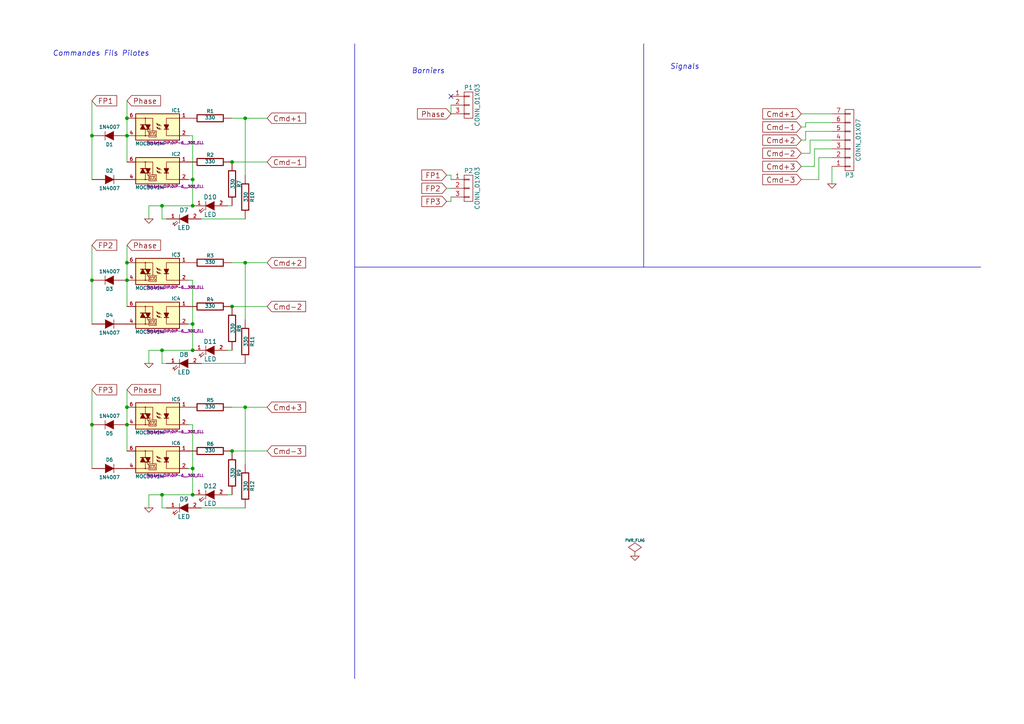
<source format=kicad_sch>
(kicad_sch (version 20230121) (generator eeschema)
  (paper "A4")
  (title_block (title "Interface pour fil pilote") (date "2015-10-10") (rev "v2.0"))
  (lib_symbols
    (symbol "FilPilote-rescue:CONN_01X03" (pin_names (offset 1.016) hide)
      (property "Reference" "P" (at 0 5.08 0))
      (property "Value" "CONN_01X03" (at 2.54 0 90))
      (symbol "CONN_01X03_0_1"
        (rectangle (start -1.27 -2.413) (end 0.254 -2.667))
        (rectangle (start -1.27 0.127) (end 0.254 -0.127))
        (rectangle (start -1.27 2.667) (end 0.254 2.413))
        (rectangle (start -1.27 3.81) (end 1.27 -3.81))
      )
      (symbol "CONN_01X03_1_1"
        (pin passive line (at -5.08 2.54 0) (length 3.81) (name "P1") (number "1"))
        (pin passive line (at -5.08 0 0) (length 3.81) (name "P2") (number "2"))
        (pin passive line (at -5.08 -2.54 0) (length 3.81) (name "P3") (number "3"))
      )
    )
    (symbol "FilPilote-rescue:CONN_01X07" (pin_names (offset 1.016) hide)
      (property "Reference" "P" (at 0 10.16 0))
      (property "Value" "CONN_01X07" (at 2.54 0 90))
      (symbol "CONN_01X07_0_1"
        (rectangle (start -1.27 -8.89) (end 1.27 8.89))
        (rectangle (start -1.27 -7.493) (end 0.254 -7.747))
        (rectangle (start -1.27 -4.953) (end 0.254 -5.207))
        (rectangle (start -1.27 -2.413) (end 0.254 -2.667))
        (rectangle (start -1.27 0.127) (end 0.254 -0.127))
        (rectangle (start -1.27 2.667) (end 0.254 2.413))
        (rectangle (start -1.27 5.207) (end 0.254 4.953))
        (rectangle (start -1.27 7.747) (end 0.254 7.493))
      )
      (symbol "CONN_01X07_1_1"
        (pin passive line (at -5.08 7.62 0) (length 3.81) (name "P1") (number "1"))
        (pin passive line (at -5.08 5.08 0) (length 3.81) (name "P2") (number "2"))
        (pin passive line (at -5.08 2.54 0) (length 3.81) (name "P3") (number "3"))
        (pin passive line (at -5.08 0 0) (length 3.81) (name "P4") (number "4"))
        (pin passive line (at -5.08 -2.54 0) (length 3.81) (name "P5") (number "5"))
        (pin passive line (at -5.08 -5.08 0) (length 3.81) (name "P6") (number "6"))
        (pin passive line (at -5.08 -7.62 0) (length 3.81) (name "P7") (number "7"))
      )
    )
    (symbol "FilPilote-rescue:DIODE" (pin_numbers hide) (pin_names (offset 1.016) hide)
      (property "Reference" "D" (at 0 2.54 0))
      (property "Value" "DIODE" (at 0 -2.54 0))
      (symbol "DIODE_0_1"
        (polyline (pts (xy 1.27 1.27) (xy 1.27 -1.27)) (stroke (width 0.1524)))
        (polyline (pts (xy -1.27 1.27) (xy 1.27 0) (xy -1.27 -1.27)) (fill (type outline)))
      )
      (symbol "DIODE_1_1"
        (pin passive line (at -5.08 0 0) (length 3.81) (name "A") (number "1"))
        (pin passive line (at 5.08 0 180) (length 3.81) (name "K") (number "2"))
      )
    )
    (symbol "FilPilote-rescue:GND-RESCUE-FilPilote" (power) (pin_names (offset 0))
      (symbol "GND-RESCUE-FilPilote_0_1"
        (polyline (pts (xy -1.27 0) (xy 0 -1.27) (xy 1.27 0) (xy -1.27 0)))
      )
      (symbol "GND-RESCUE-FilPilote_1_1"
        (pin power_in line (at 0 0 90) (length 0) hide (name "GND") (number "1"))
      )
    )
    (symbol "FilPilote-rescue:LED" (pin_names (offset 1.016) hide)
      (property "Reference" "D" (at 0 2.54 0))
      (property "Value" "LED" (at 0 -2.54 0))
      (symbol "LED_0_1"
        (polyline (pts (xy -1.27 1.27) (xy -1.27 -1.27)))
        (polyline (pts (xy -2.032 -0.635) (xy -3.175 -1.651) (xy -3.048 -1.016)))
        (polyline (pts (xy -1.651 -1.016) (xy -2.794 -2.032) (xy -2.667 -1.397)))
        (polyline (pts (xy 1.27 1.27) (xy -1.27 0) (xy 1.27 -1.27)) (fill (type outline)))
      )
      (symbol "LED_1_1"
        (pin passive line (at -5.08 0 0) (length 3.81) (name "K") (number "1"))
        (pin passive line (at 5.08 0 180) (length 3.81) (name "A") (number "2"))
      )
    )
    (symbol "FilPilote-rescue:MOC3041M-RESCUE-FilPilote" (pin_names (offset 1.016))
      (property "Reference" "IC" (at -5.334 4.826 0))
      (property "Value" "MOC3041M-RESCUE-FilPilote" (at 2.286 -4.826 0))
      (property "Footprint" "DIP6" (at -5.08 -4.572 0))
      (symbol "MOC3041M-RESCUE-FilPilote_0_1"
        (rectangle (start -6.35 3.81) (end 6.35 -3.81) (stroke (width 0.254)) (fill (type background)))
        (polyline (pts (xy -3.175 -0.635) (xy -1.905 -0.635)) (stroke (width 0.254)))
        (polyline (pts (xy 1.397 -1.143) (xy 1.397 2.54)))
        (polyline (pts (xy 1.397 2.54) (xy 3.556 2.54)))
        (polyline (pts (xy 3.175 0.635) (xy 4.953 0.635)) (stroke (width 0.254)))
        (polyline (pts (xy 3.556 -2.54) (xy 2.54 -2.54)))
        (polyline (pts (xy 3.556 -2.54) (xy 3.556 -0.635)))
        (polyline (pts (xy 3.556 -2.54) (xy 6.35 -2.54)))
        (polyline (pts (xy 3.556 2.54) (xy 3.556 0.635)))
        (polyline (pts (xy 3.556 2.54) (xy 6.35 2.54)))
        (polyline (pts (xy 3.937 -0.635) (xy 2.159 -0.635)) (stroke (width 0.254)))
        (polyline (pts (xy -6.35 2.54) (xy -2.54 2.54) (xy -2.54 0.635)))
        (polyline (pts (xy -2.54 -0.635) (xy -2.54 -2.54) (xy -6.35 -2.54)))
        (polyline (pts (xy 3.175 -0.635) (xy 2.794 -1.397) (xy 2.54 -1.397)))
        (polyline (pts (xy -2.54 -0.635) (xy -3.175 0.635) (xy -1.905 0.635) (xy -2.54 -0.635)) (stroke (width 0.254)) (fill (type outline)))
        (polyline (pts (xy -1.016 0.254) (xy -0.4826 0.762) (xy -0.4826 0.254) (xy 0.2794 1.016)))
        (polyline (pts (xy 0.2794 1.016) (xy -0.2286 0.762) (xy 0.0254 0.508) (xy 0.2794 1.016)))
        (polyline (pts (xy 0.635 -1.524) (xy 1.016 -1.524) (xy 0.635 -2.54) (xy 1.016 -2.54)))
        (polyline (pts (xy 1.27 -1.651) (xy 1.397 -1.524) (xy 1.524 -1.524) (xy 1.651 -1.651)))
        (polyline (pts (xy 2.794 -0.635) (xy 3.429 0.635) (xy 2.159 0.635) (xy 2.794 -0.635)) (stroke (width 0.254)) (fill (type outline)))
        (polyline (pts (xy 4.318 0.635) (xy 3.683 -0.635) (xy 4.953 -0.635) (xy 4.318 0.635)) (stroke (width 0.254)) (fill (type outline)))
        (polyline (pts (xy 0.381 -1.143) (xy 0.381 -2.921) (xy 2.54 -2.921) (xy 2.54 -1.143) (xy 0.381 -1.143)))
        (polyline (pts (xy 1.651 -2.413) (xy 1.524 -2.54) (xy 1.397 -2.54) (xy 1.27 -2.413) (xy 1.27 -1.651)))
        (polyline (pts (xy -1.016 -0.762) (xy -0.4826 -0.254) (xy -0.4826 -0.762) (xy 0.2794 0) (xy -0.2286 -0.254) (xy 0.0254 -0.508) (xy 0.2794 0)))
        (polyline (pts (xy 1.905 -1.524) (xy 1.905 -2.54) (xy 2.159 -2.54) (xy 2.286 -2.413) (xy 2.286 -1.651) (xy 2.159 -1.524) (xy 1.905 -1.524)))
        (circle (center 3.556 -2.54) (radius 0.127))
        (circle (center 3.556 2.54) (radius 0.127))
      )
      (symbol "MOC3041M-RESCUE-FilPilote_1_1"
        (pin passive line (at -8.89 2.54 0) (length 2.54) (name "~") (number "1"))
        (pin passive line (at -8.89 -2.54 0) (length 2.54) (name "~") (number "2"))
        (pin passive line (at 8.89 -2.54 180) (length 2.54) (name "~") (number "4"))
        (pin passive line (at 8.89 2.54 180) (length 2.54) (name "~") (number "6"))
      )
    )
    (symbol "FilPilote-rescue:PWR_FLAG" (power) (pin_numbers hide) (pin_names (offset 0) hide)
      (property "Value" "PWR_FLAG" (at 0 4.572 0))
      (symbol "PWR_FLAG_0_0"
        (pin power_out line (at 0 0 90) (length 0) (name "pwr") (number "1"))
      )
      (symbol "PWR_FLAG_0_1"
        (polyline (pts (xy 0 0) (xy 0 1.27) (xy -1.905 2.54) (xy 0 3.81) (xy 1.905 2.54) (xy 0 1.27)))
      )
    )
    (symbol "FilPilote-rescue:R-RESCUE-FilPilote" (pin_numbers hide) (pin_names (offset 0))
      (property "Reference" "R" (at 2.032 0 90))
      (property "Value" "R-RESCUE-FilPilote" (at 0.1778 0.0254 90))
      (symbol "R-RESCUE-FilPilote_0_1"
        (rectangle (start -1.016 3.81) (end 1.016 -3.81) (stroke (width 0.3048)))
      )
      (symbol "R-RESCUE-FilPilote_1_1"
        (pin passive line (at 0 6.35 270) (length 2.54) (name "~") (number "1"))
        (pin passive line (at 0 -6.35 90) (length 2.54) (name "~") (number "2"))
      )
    )
  )
  (junction (at 26.67 123.19))
  (junction (at 55.88 59.69))
  (junction (at 67.31 88.9))
  (junction (at 71.12 76.2))
  (junction (at 55.88 93.98))
  (junction (at 46.99 143.51))
  (junction (at 55.88 101.6))
  (junction (at 36.83 76.2))
  (junction (at 36.83 118.11))
  (junction (at 46.99 59.69))
  (junction (at 36.83 123.19))
  (junction (at 36.83 81.28))
  (junction (at 36.83 34.29))
  (junction (at 67.31 130.81))
  (junction (at 67.31 46.99))
  (junction (at 55.88 52.07))
  (junction (at 26.67 39.37))
  (junction (at 55.88 143.51))
  (junction (at 36.83 39.37))
  (junction (at 55.88 135.89))
  (junction (at 71.12 34.29))
  (junction (at 71.12 118.11))
  (junction (at 26.67 81.28))
  (junction (at 46.99 101.6))
  (no_connect (at 130.81 27.94))
  (wire (pts (xy 71.12 147.32) (xy 58.42 147.32)))
  (wire (pts (xy 71.12 118.11) (xy 71.12 134.62)))
  (wire (pts (xy 71.12 34.29) (xy 71.12 50.8)))
  (wire (pts (xy 46.99 105.41) (xy 48.26 105.41)))
  (wire (pts (xy 232.41 36.83) (xy 233.68 36.83)))
  (wire (pts (xy 54.61 123.19) (xy 55.88 123.19)))
  (wire (pts (xy 232.41 52.07) (xy 237.49 52.07)))
  (wire (pts (xy 71.12 63.5) (xy 58.42 63.5)))
  (polyline (pts (xy 102.87 12.7) (xy 102.87 196.85)))
  (wire (pts (xy 46.99 147.32) (xy 46.99 143.51)))
  (wire (pts (xy 36.83 71.12) (xy 36.83 76.2)))
  (wire (pts (xy 233.68 35.56) (xy 241.3 35.56)))
  (wire (pts (xy 55.88 59.69) (xy 46.99 59.69)))
  (wire (pts (xy 130.81 58.42) (xy 130.81 57.15)))
  (wire (pts (xy 67.31 88.9) (xy 77.47 88.9)))
  (wire (pts (xy 36.83 39.37) (xy 36.83 46.99)))
  (wire (pts (xy 67.31 143.51) (xy 66.04 143.51)))
  (wire (pts (xy 237.49 52.07) (xy 237.49 45.72)))
  (wire (pts (xy 54.61 39.37) (xy 55.88 39.37)))
  (wire (pts (xy 54.61 135.89) (xy 55.88 135.89)))
  (wire (pts (xy 43.18 59.69) (xy 43.18 63.5)))
  (wire (pts (xy 46.99 63.5) (xy 48.26 63.5)))
  (wire (pts (xy 26.67 71.12) (xy 26.67 81.28)))
  (wire (pts (xy 46.99 105.41) (xy 46.99 101.6)))
  (wire (pts (xy 67.31 130.81) (xy 77.47 130.81)))
  (wire (pts (xy 46.99 143.51) (xy 43.18 143.51)))
  (wire (pts (xy 43.18 101.6) (xy 43.18 105.41)))
  (wire (pts (xy 26.67 81.28) (xy 26.67 93.98)))
  (wire (pts (xy 36.83 81.28) (xy 36.83 88.9)))
  (wire (pts (xy 46.99 59.69) (xy 43.18 59.69)))
  (wire (pts (xy 26.67 113.03) (xy 26.67 123.19)))
  (polyline (pts (xy 186.69 77.47) (xy 186.69 12.7)))
  (wire (pts (xy 232.41 44.45) (xy 234.95 44.45)))
  (wire (pts (xy 236.22 43.18) (xy 241.3 43.18)))
  (wire (pts (xy 130.81 50.8) (xy 130.81 52.07)))
  (wire (pts (xy 130.81 33.02) (xy 130.81 30.48)))
  (wire (pts (xy 234.95 40.64) (xy 241.3 40.64)))
  (wire (pts (xy 26.67 39.37) (xy 26.67 52.07)))
  (wire (pts (xy 36.83 29.21) (xy 36.83 34.29)))
  (wire (pts (xy 55.88 81.28) (xy 55.88 93.98)))
  (wire (pts (xy 71.12 118.11) (xy 77.47 118.11)))
  (wire (pts (xy 67.31 101.6) (xy 66.04 101.6)))
  (wire (pts (xy 55.88 93.98) (xy 55.88 101.6)))
  (wire (pts (xy 55.88 101.6) (xy 46.99 101.6)))
  (wire (pts (xy 71.12 105.41) (xy 58.42 105.41)))
  (wire (pts (xy 129.54 58.42) (xy 130.81 58.42)))
  (wire (pts (xy 71.12 34.29) (xy 77.47 34.29)))
  (wire (pts (xy 233.68 36.83) (xy 233.68 35.56)))
  (wire (pts (xy 129.54 50.8) (xy 130.81 50.8)))
  (wire (pts (xy 54.61 93.98) (xy 55.88 93.98)))
  (wire (pts (xy 43.18 143.51) (xy 43.18 147.32)))
  (wire (pts (xy 67.31 118.11) (xy 71.12 118.11)))
  (wire (pts (xy 46.99 147.32) (xy 48.26 147.32)))
  (wire (pts (xy 129.54 54.61) (xy 130.81 54.61)))
  (wire (pts (xy 71.12 76.2) (xy 71.12 92.71)))
  (wire (pts (xy 54.61 81.28) (xy 55.88 81.28)))
  (wire (pts (xy 67.31 76.2) (xy 71.12 76.2)))
  (wire (pts (xy 67.31 34.29) (xy 71.12 34.29)))
  (wire (pts (xy 26.67 123.19) (xy 26.67 135.89)))
  (wire (pts (xy 233.68 38.1) (xy 241.3 38.1)))
  (polyline (pts (xy 102.87 77.47) (xy 284.48 77.47)))
  (wire (pts (xy 237.49 45.72) (xy 241.3 45.72)))
  (wire (pts (xy 241.3 48.26) (xy 241.3 53.34)))
  (wire (pts (xy 36.83 34.29) (xy 36.83 39.37)))
  (wire (pts (xy 232.41 33.02) (xy 241.3 33.02)))
  (wire (pts (xy 55.88 135.89) (xy 55.88 143.51)))
  (wire (pts (xy 46.99 101.6) (xy 43.18 101.6)))
  (wire (pts (xy 36.83 113.03) (xy 36.83 118.11)))
  (wire (pts (xy 36.83 123.19) (xy 36.83 130.81)))
  (wire (pts (xy 36.83 118.11) (xy 36.83 123.19)))
  (wire (pts (xy 234.95 44.45) (xy 234.95 40.64)))
  (wire (pts (xy 236.22 48.26) (xy 236.22 43.18)))
  (wire (pts (xy 46.99 63.5) (xy 46.99 59.69)))
  (wire (pts (xy 55.88 52.07) (xy 55.88 59.69)))
  (wire (pts (xy 55.88 143.51) (xy 46.99 143.51)))
  (wire (pts (xy 54.61 52.07) (xy 55.88 52.07)))
  (wire (pts (xy 55.88 39.37) (xy 55.88 52.07)))
  (wire (pts (xy 71.12 76.2) (xy 77.47 76.2)))
  (wire (pts (xy 233.68 40.64) (xy 233.68 38.1)))
  (wire (pts (xy 67.31 59.69) (xy 66.04 59.69)))
  (wire (pts (xy 26.67 29.21) (xy 26.67 39.37)))
  (wire (pts (xy 55.88 123.19) (xy 55.88 135.89)))
  (wire (pts (xy 67.31 46.99) (xy 77.47 46.99)))
  (wire (pts (xy 232.41 48.26) (xy 236.22 48.26)))
  (wire (pts (xy 232.41 40.64) (xy 233.68 40.64)))
  (wire (pts (xy 36.83 76.2) (xy 36.83 81.28)))
  (text "Borniers" (at 119.38 21.59 0) (effects (font (size 1.524 1.524) italic) (justify left bottom)))
  (text "Signals" (at 194.31 20.32 0) (effects (font (size 1.524 1.524) italic) (justify left bottom)))
  (text "Commandes Fils Pilotes" (at 15.24 16.51 0) (effects (font (size 1.524 1.524) italic) (justify left bottom)))
  (global_label "Cmd+2" (shape input) (at 77.47 76.2 0) (effects (font (size 1.524 1.524))) (property "Intersheetrefs" "${INTERSHEET_REFS}" (effects hide)))
  (global_label "Cmd+2" (shape input) (at 232.41 40.64 180) (effects (font (size 1.524 1.524))) (property "Intersheetrefs" "${INTERSHEET_REFS}" (effects hide)))
  (global_label "FP3" (shape input) (at 26.67 113.03 0) (effects (font (size 1.524 1.524))) (property "Intersheetrefs" "${INTERSHEET_REFS}" (effects hide)))
  (global_label "Cmd+3" (shape input) (at 232.41 48.26 180) (effects (font (size 1.524 1.524))) (property "Intersheetrefs" "${INTERSHEET_REFS}" (effects hide)))
  (global_label "Phase" (shape input) (at 36.83 113.03 0) (effects (font (size 1.524 1.524))) (property "Intersheetrefs" "${INTERSHEET_REFS}" (effects hide)))
  (global_label "Cmd-2" (shape input) (at 232.41 44.45 180) (effects (font (size 1.524 1.524))) (property "Intersheetrefs" "${INTERSHEET_REFS}" (effects hide)))
  (global_label "Cmd-3" (shape input) (at 232.41 52.07 180) (effects (font (size 1.524 1.524))) (property "Intersheetrefs" "${INTERSHEET_REFS}" (effects hide)))
  (global_label "Cmd-1" (shape input) (at 232.41 36.83 180) (effects (font (size 1.524 1.524))) (property "Intersheetrefs" "${INTERSHEET_REFS}" (effects hide)))
  (global_label "Cmd-2" (shape input) (at 77.47 88.9 0) (effects (font (size 1.524 1.524))) (property "Intersheetrefs" "${INTERSHEET_REFS}" (effects hide)))
  (global_label "FP1" (shape input) (at 129.54 50.8 180) (effects (font (size 1.524 1.524))) (property "Intersheetrefs" "${INTERSHEET_REFS}" (effects hide)))
  (global_label "FP3" (shape input) (at 129.54 58.42 180) (effects (font (size 1.524 1.524))) (property "Intersheetrefs" "${INTERSHEET_REFS}" (effects hide)))
  (global_label "Phase" (shape input) (at 36.83 71.12 0) (effects (font (size 1.524 1.524))) (property "Intersheetrefs" "${INTERSHEET_REFS}" (effects hide)))
  (global_label "FP2" (shape input) (at 26.67 71.12 0) (effects (font (size 1.524 1.524))) (property "Intersheetrefs" "${INTERSHEET_REFS}" (effects hide)))
  (global_label "Cmd+1" (shape input) (at 77.47 34.29 0) (effects (font (size 1.524 1.524))) (property "Intersheetrefs" "${INTERSHEET_REFS}" (effects hide)))
  (global_label "FP1" (shape input) (at 26.67 29.21 0) (effects (font (size 1.524 1.524))) (property "Intersheetrefs" "${INTERSHEET_REFS}" (effects hide)))
  (global_label "Phase" (shape input) (at 130.81 33.02 180) (effects (font (size 1.524 1.524))) (property "Intersheetrefs" "${INTERSHEET_REFS}" (effects hide)))
  (global_label "FP2" (shape input) (at 129.54 54.61 180) (effects (font (size 1.524 1.524))) (property "Intersheetrefs" "${INTERSHEET_REFS}" (effects hide)))
  (global_label "Cmd+3" (shape input) (at 77.47 118.11 0) (effects (font (size 1.524 1.524))) (property "Intersheetrefs" "${INTERSHEET_REFS}" (effects hide)))
  (global_label "Cmd+1" (shape input) (at 232.41 33.02 180) (effects (font (size 1.524 1.524))) (property "Intersheetrefs" "${INTERSHEET_REFS}" (effects hide)))
  (global_label "Cmd-3" (shape input) (at 77.47 130.81 0) (effects (font (size 1.524 1.524))) (property "Intersheetrefs" "${INTERSHEET_REFS}" (effects hide)))
  (global_label "Phase" (shape input) (at 36.83 29.21 0) (effects (font (size 1.524 1.524))) (property "Intersheetrefs" "${INTERSHEET_REFS}" (effects hide)))
  (global_label "Cmd-1" (shape input) (at 77.47 46.99 0) (effects (font (size 1.524 1.524))) (property "Intersheetrefs" "${INTERSHEET_REFS}" (effects hide)))
  (symbol (lib_id "FilPilote-rescue:MOC3041M-RESCUE-FilPilote") (at 45.72 36.83 0) (mirror y) (unit 1)
    (property "Reference" "IC1" (at 51.054 32.004 0) (effects (font (size 1.016 1.016))))
    (property "Value" "MOC3041M" (at 43.434 41.656 0) (effects (font (size 1.016 1.016))))
    (property "Footprint" "Sockets_DIP:DIP-6__300_ELL" (at 50.8 41.402 0) (effects (font (size 0.762 0.762) italic)))
  )
  (symbol (lib_id "FilPilote-rescue:MOC3041M-RESCUE-FilPilote") (at 45.72 49.53 0) (mirror y) (unit 1)
    (property "Reference" "IC2" (at 51.054 44.704 0) (effects (font (size 1.016 1.016))))
    (property "Value" "MOC3041M" (at 43.434 54.356 0) (effects (font (size 1.016 1.016))))
    (property "Footprint" "Sockets_DIP:DIP-6__300_ELL" (at 50.8 54.102 0) (effects (font (size 0.762 0.762) italic)))
  )
  (symbol (lib_id "FilPilote-rescue:R-RESCUE-FilPilote") (at 60.96 34.29 90) (unit 1)
    (property "Reference" "R1" (at 60.96 32.258 90) (effects (font (size 1.016 1.016))))
    (property "Value" "330" (at 60.9346 34.1122 90) (effects (font (size 1.016 1.016))))
    (property "Footprint" "Resistors_ThroughHole:Resistor_Horizontal_RM10mm" (effects hide))
  )
  (symbol (lib_id "FilPilote-rescue:R-RESCUE-FilPilote") (at 60.96 46.99 90) (unit 1)
    (property "Reference" "R2" (at 60.96 44.958 90) (effects (font (size 1.016 1.016))))
    (property "Value" "330" (at 60.9346 46.8122 90) (effects (font (size 1.016 1.016))))
    (property "Footprint" "Resistors_ThroughHole:Resistor_Horizontal_RM10mm" (effects hide))
  )
  (symbol (lib_id "FilPilote-rescue:R-RESCUE-FilPilote") (at 67.31 53.34 0) (unit 1)
    (property "Reference" "R7" (at 69.342 53.34 90) (effects (font (size 1.016 1.016))))
    (property "Value" "330" (at 67.4878 53.3146 90) (effects (font (size 1.016 1.016))))
    (property "Footprint" "Resistors_ThroughHole:Resistor_Horizontal_RM10mm" (effects hide))
  )
  (symbol (lib_id "FilPilote-rescue:R-RESCUE-FilPilote") (at 71.12 57.15 0) (unit 1)
    (property "Reference" "R10" (at 73.152 57.15 90) (effects (font (size 1.016 1.016))))
    (property "Value" "330" (at 71.2978 57.1246 90) (effects (font (size 1.016 1.016))))
    (property "Footprint" "Resistors_ThroughHole:Resistor_Horizontal_RM10mm" (effects hide))
  )
  (symbol (lib_id "FilPilote-rescue:GND-RESCUE-FilPilote") (at 43.18 63.5 0) (unit 1)
    (property "Reference" "#PWR01" (effects hide))
    (property "Value" "GND" (effects hide))
  )
  (symbol (lib_id "FilPilote-rescue:DIODE") (at 31.75 39.37 180) (unit 1)
    (property "Reference" "D1" (at 31.75 41.91 0) (effects (font (size 1.016 1.016))))
    (property "Value" "1N4007" (at 31.75 36.83 0) (effects (font (size 1.016 1.016))))
    (property "Footprint" "Discret:D4" (effects hide))
  )
  (symbol (lib_id "FilPilote-rescue:DIODE") (at 31.75 52.07 0) (unit 1)
    (property "Reference" "D2" (at 31.75 49.53 0) (effects (font (size 1.016 1.016))))
    (property "Value" "1N4007" (at 31.75 54.61 0) (effects (font (size 1.016 1.016))))
    (property "Footprint" "Discret:D4" (effects hide))
  )
  (symbol (lib_id "FilPilote-rescue:MOC3041M-RESCUE-FilPilote") (at 45.72 78.74 0) (mirror y) (unit 1)
    (property "Reference" "IC3" (at 51.054 73.914 0) (effects (font (size 1.016 1.016))))
    (property "Value" "MOC3041M" (at 43.434 83.566 0) (effects (font (size 1.016 1.016))))
    (property "Footprint" "Sockets_DIP:DIP-6__300_ELL" (at 50.8 83.312 0) (effects (font (size 0.762 0.762) italic)))
  )
  (symbol (lib_id "FilPilote-rescue:MOC3041M-RESCUE-FilPilote") (at 45.72 91.44 0) (mirror y) (unit 1)
    (property "Reference" "IC4" (at 51.054 86.614 0) (effects (font (size 1.016 1.016))))
    (property "Value" "MOC3041M" (at 43.434 96.266 0) (effects (font (size 1.016 1.016))))
    (property "Footprint" "Sockets_DIP:DIP-6__300_ELL" (at 50.8 96.012 0) (effects (font (size 0.762 0.762) italic)))
  )
  (symbol (lib_id "FilPilote-rescue:R-RESCUE-FilPilote") (at 60.96 76.2 90) (unit 1)
    (property "Reference" "R3" (at 60.96 74.168 90) (effects (font (size 1.016 1.016))))
    (property "Value" "330" (at 60.9346 76.0222 90) (effects (font (size 1.016 1.016))))
    (property "Footprint" "Resistors_ThroughHole:Resistor_Horizontal_RM10mm" (effects hide))
  )
  (symbol (lib_id "FilPilote-rescue:R-RESCUE-FilPilote") (at 60.96 88.9 90) (unit 1)
    (property "Reference" "R4" (at 60.96 86.868 90) (effects (font (size 1.016 1.016))))
    (property "Value" "330" (at 60.9346 88.7222 90) (effects (font (size 1.016 1.016))))
    (property "Footprint" "Resistors_ThroughHole:Resistor_Horizontal_RM10mm" (effects hide))
  )
  (symbol (lib_id "FilPilote-rescue:R-RESCUE-FilPilote") (at 67.31 95.25 0) (unit 1)
    (property "Reference" "R8" (at 69.342 95.25 90) (effects (font (size 1.016 1.016))))
    (property "Value" "330" (at 67.4878 95.2246 90) (effects (font (size 1.016 1.016))))
    (property "Footprint" "Resistors_ThroughHole:Resistor_Horizontal_RM10mm" (effects hide))
  )
  (symbol (lib_id "FilPilote-rescue:R-RESCUE-FilPilote") (at 71.12 99.06 0) (unit 1)
    (property "Reference" "R11" (at 73.152 99.06 90) (effects (font (size 1.016 1.016))))
    (property "Value" "330" (at 71.2978 99.0346 90) (effects (font (size 1.016 1.016))))
    (property "Footprint" "Resistors_ThroughHole:Resistor_Horizontal_RM10mm" (effects hide))
  )
  (symbol (lib_id "FilPilote-rescue:GND-RESCUE-FilPilote") (at 43.18 105.41 0) (unit 1)
    (property "Reference" "#PWR02" (effects hide))
    (property "Value" "GND" (effects hide))
  )
  (symbol (lib_id "FilPilote-rescue:DIODE") (at 31.75 81.28 180) (unit 1)
    (property "Reference" "D3" (at 31.75 83.82 0) (effects (font (size 1.016 1.016))))
    (property "Value" "1N4007" (at 31.75 78.74 0) (effects (font (size 1.016 1.016))))
    (property "Footprint" "Discret:D4" (effects hide))
  )
  (symbol (lib_id "FilPilote-rescue:DIODE") (at 31.75 93.98 0) (unit 1)
    (property "Reference" "D4" (at 31.75 91.44 0) (effects (font (size 1.016 1.016))))
    (property "Value" "1N4007" (at 31.75 96.52 0) (effects (font (size 1.016 1.016))))
    (property "Footprint" "Discret:D4" (effects hide))
  )
  (symbol (lib_id "FilPilote-rescue:MOC3041M-RESCUE-FilPilote") (at 45.72 120.65 0) (mirror y) (unit 1)
    (property "Reference" "IC5" (at 51.054 115.824 0) (effects (font (size 1.016 1.016))))
    (property "Value" "MOC3041M" (at 43.434 125.476 0) (effects (font (size 1.016 1.016))))
    (property "Footprint" "Sockets_DIP:DIP-6__300_ELL" (at 50.8 125.222 0) (effects (font (size 0.762 0.762) italic)))
  )
  (symbol (lib_id "FilPilote-rescue:MOC3041M-RESCUE-FilPilote") (at 45.72 133.35 0) (mirror y) (unit 1)
    (property "Reference" "IC6" (at 51.054 128.524 0) (effects (font (size 1.016 1.016))))
    (property "Value" "MOC3041M" (at 43.434 138.176 0) (effects (font (size 1.016 1.016))))
    (property "Footprint" "Sockets_DIP:DIP-6__300_ELL" (at 50.8 137.922 0) (effects (font (size 0.762 0.762) italic)))
  )
  (symbol (lib_id "FilPilote-rescue:R-RESCUE-FilPilote") (at 60.96 118.11 90) (unit 1)
    (property "Reference" "R5" (at 60.96 116.078 90) (effects (font (size 1.016 1.016))))
    (property "Value" "330" (at 60.9346 117.9322 90) (effects (font (size 1.016 1.016))))
    (property "Footprint" "Resistors_ThroughHole:Resistor_Horizontal_RM10mm" (effects hide))
  )
  (symbol (lib_id "FilPilote-rescue:R-RESCUE-FilPilote") (at 60.96 130.81 90) (unit 1)
    (property "Reference" "R6" (at 60.96 128.778 90) (effects (font (size 1.016 1.016))))
    (property "Value" "330" (at 60.9346 130.6322 90) (effects (font (size 1.016 1.016))))
    (property "Footprint" "Resistors_ThroughHole:Resistor_Horizontal_RM10mm" (effects hide))
  )
  (symbol (lib_id "FilPilote-rescue:R-RESCUE-FilPilote") (at 67.31 137.16 0) (unit 1)
    (property "Reference" "R9" (at 69.342 137.16 90) (effects (font (size 1.016 1.016))))
    (property "Value" "330" (at 67.4878 137.1346 90) (effects (font (size 1.016 1.016))))
    (property "Footprint" "Resistors_ThroughHole:Resistor_Horizontal_RM10mm" (effects hide))
  )
  (symbol (lib_id "FilPilote-rescue:R-RESCUE-FilPilote") (at 71.12 140.97 0) (unit 1)
    (property "Reference" "R12" (at 73.152 140.97 90) (effects (font (size 1.016 1.016))))
    (property "Value" "330" (at 71.2978 140.9446 90) (effects (font (size 1.016 1.016))))
    (property "Footprint" "Resistors_ThroughHole:Resistor_Horizontal_RM10mm" (effects hide))
  )
  (symbol (lib_id "FilPilote-rescue:GND-RESCUE-FilPilote") (at 43.18 147.32 0) (unit 1)
    (property "Reference" "#PWR03" (effects hide))
    (property "Value" "GND" (effects hide))
  )
  (symbol (lib_id "FilPilote-rescue:DIODE") (at 31.75 123.19 180) (unit 1)
    (property "Reference" "D5" (at 31.75 125.73 0) (effects (font (size 1.016 1.016))))
    (property "Value" "1N4007" (at 31.75 120.65 0) (effects (font (size 1.016 1.016))))
    (property "Footprint" "Discret:D4" (effects hide))
  )
  (symbol (lib_id "FilPilote-rescue:DIODE") (at 31.75 135.89 0) (unit 1)
    (property "Reference" "D6" (at 31.75 133.35 0) (effects (font (size 1.016 1.016))))
    (property "Value" "1N4007" (at 31.75 138.43 0) (effects (font (size 1.016 1.016))))
    (property "Footprint" "Discret:D4" (effects hide))
  )
  (symbol (lib_id "FilPilote-rescue:GND-RESCUE-FilPilote") (at 184.15 161.29 0) (unit 1)
    (property "Reference" "#PWR04" (effects hide))
    (property "Value" "GND" (effects hide))
  )
  (symbol (lib_id "FilPilote-rescue:PWR_FLAG") (at 184.15 161.29 0) (unit 1)
    (property "Reference" "#FLG05" (effects hide))
    (property "Value" "PWR_FLAG" (at 184.15 156.718 0) (effects (font (size 0.762 0.762))))
  )
  (symbol (lib_id "FilPilote-rescue:CONN_01X03") (at 135.89 54.61 0) (unit 1)
    (property "Reference" "P2" (at 135.89 49.53 0))
    (property "Value" "CONN_01X03" (at 138.43 54.61 90))
    (property "Footprint" "Connect:bornier3" (effects hide))
  )
  (symbol (lib_id "FilPilote-rescue:CONN_01X07") (at 246.38 40.64 0) (mirror x) (unit 1)
    (property "Reference" "P3" (at 246.38 50.8 0))
    (property "Value" "CONN_01X07" (at 248.92 40.64 90))
    (property "Footprint" "Pin_Headers:Pin_Header_Straight_1x07" (effects hide))
  )
  (symbol (lib_id "FilPilote-rescue:GND-RESCUE-FilPilote") (at 241.3 53.34 0) (unit 1)
    (property "Reference" "#PWR06" (effects hide))
    (property "Value" "GND" (effects hide))
  )
  (symbol (lib_id "FilPilote-rescue:CONN_01X03") (at 135.89 30.48 0) (unit 1)
    (property "Reference" "P1" (at 135.89 25.4 0))
    (property "Value" "CONN_01X03" (at 138.43 30.48 90))
    (property "Footprint" "Connect:bornier3" (effects hide))
  )
  (symbol (lib_id "FilPilote-rescue:LED") (at 60.96 59.69 0) (unit 1)
    (property "Reference" "D10" (at 60.96 57.15 0))
    (property "Value" "LED" (at 60.96 62.23 0))
    (property "Footprint" "LEDs:LED-3MM" (effects hide))
  )
  (symbol (lib_id "FilPilote-rescue:LED") (at 53.34 63.5 0) (unit 1)
    (property "Reference" "D7" (at 53.34 60.96 0))
    (property "Value" "LED" (at 53.34 66.04 0))
    (property "Footprint" "LEDs:LED-3MM" (effects hide))
  )
  (symbol (lib_id "FilPilote-rescue:LED") (at 53.34 105.41 0) (unit 1)
    (property "Reference" "D8" (at 53.34 102.87 0))
    (property "Value" "LED" (at 53.34 107.95 0))
    (property "Footprint" "LEDs:LED-3MM" (effects hide))
  )
  (symbol (lib_id "FilPilote-rescue:LED") (at 60.96 101.6 0) (unit 1)
    (property "Reference" "D11" (at 60.96 99.06 0))
    (property "Value" "LED" (at 60.96 104.14 0))
    (property "Footprint" "LEDs:LED-3MM" (effects hide))
  )
  (symbol (lib_id "FilPilote-rescue:LED") (at 53.34 147.32 0) (unit 1)
    (property "Reference" "D9" (at 53.34 144.78 0))
    (property "Value" "LED" (at 53.34 149.86 0))
    (property "Footprint" "LEDs:LED-3MM" (effects hide))
  )
  (symbol (lib_id "FilPilote-rescue:LED") (at 60.96 143.51 0) (unit 1)
    (property "Reference" "D12" (at 60.96 140.97 0))
    (property "Value" "LED" (at 60.96 146.05 0))
    (property "Footprint" "LEDs:LED-3MM" (effects hide))
  )
)
</source>
